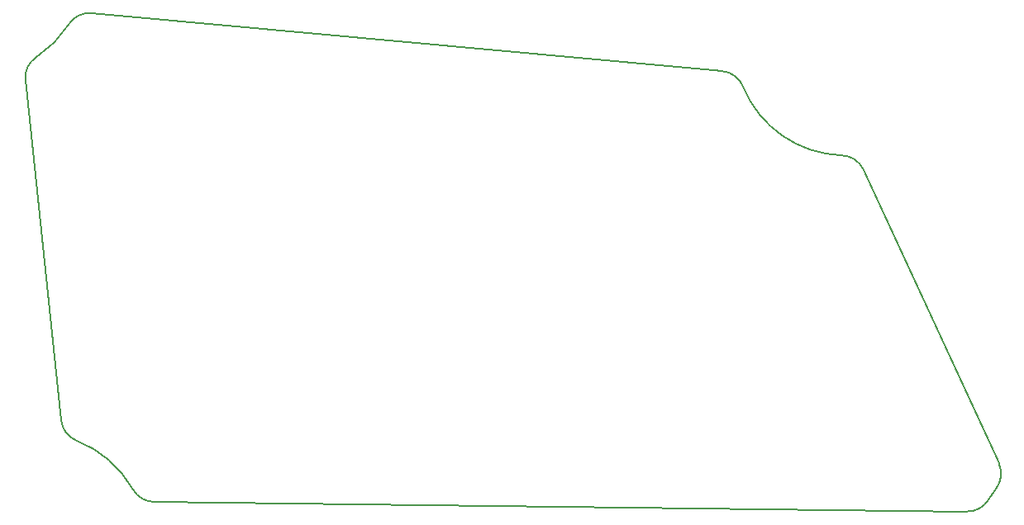
<source format=gm1>
G04 #@! TF.GenerationSoftware,KiCad,Pcbnew,5.0.2-bee76a0~70~ubuntu18.04.1*
G04 #@! TF.CreationDate,2019-04-15T21:31:07-04:00*
G04 #@! TF.ProjectId,DR_InterfaceBoard,44525f49-6e74-4657-9266-616365426f61,rev?*
G04 #@! TF.SameCoordinates,Original*
G04 #@! TF.FileFunction,Profile,NP*
%FSLAX46Y46*%
G04 Gerber Fmt 4.6, Leading zero omitted, Abs format (unit mm)*
G04 Created by KiCad (PCBNEW 5.0.2-bee76a0~70~ubuntu18.04.1) date Mon 15 Apr 2019 09:31:07 PM EDT*
%MOMM*%
%LPD*%
G01*
G04 APERTURE LIST*
%ADD10C,0.200000*%
G04 APERTURE END LIST*
D10*
X129833632Y-81300631D02*
X46547408Y-80307932D01*
X44365673Y-79016562D02*
G75*
G03X46547408Y-80307932I2212007J1248450D01*
G01*
X119223876Y-46244511D02*
G75*
G03X116997734Y-44768045I-2307216J-1062239D01*
G01*
X40184273Y-30166709D02*
G75*
G03X37810355Y-31328096I-233681J-2529229D01*
G01*
X129833631Y-81300630D02*
G75*
G03X132045508Y-80061658I30274J2539819D01*
G01*
X132792013Y-78962254D02*
G75*
G03X133085379Y-76352112I-2013850J1547903D01*
G01*
X34492614Y-34687870D02*
G75*
G03X33361205Y-37076219I1394676J-2122846D01*
G01*
X106880439Y-37709654D02*
G75*
G03X104759500Y-36132977I-2354621J-952549D01*
G01*
X119223877Y-46244511D02*
X133085379Y-76352112D01*
X37025602Y-71940636D02*
X33361205Y-37076219D01*
X37025602Y-71940637D02*
G75*
G03X38628855Y-74041561I2526086J265503D01*
G01*
X106880441Y-37709655D02*
G75*
G03X116997734Y-44768045I10478070J4238851D01*
G01*
X34492613Y-34687869D02*
G75*
G03X37810355Y-31328096I-6206307J9446669D01*
G01*
X40184274Y-30166710D02*
X104759500Y-36132977D01*
X44365674Y-79016563D02*
G75*
G03X38628855Y-74041561I-9843431J-5555598D01*
G01*
X132792012Y-78962254D02*
G75*
G03X132045508Y-80061658I8961639J-6888168D01*
G01*
M02*

</source>
